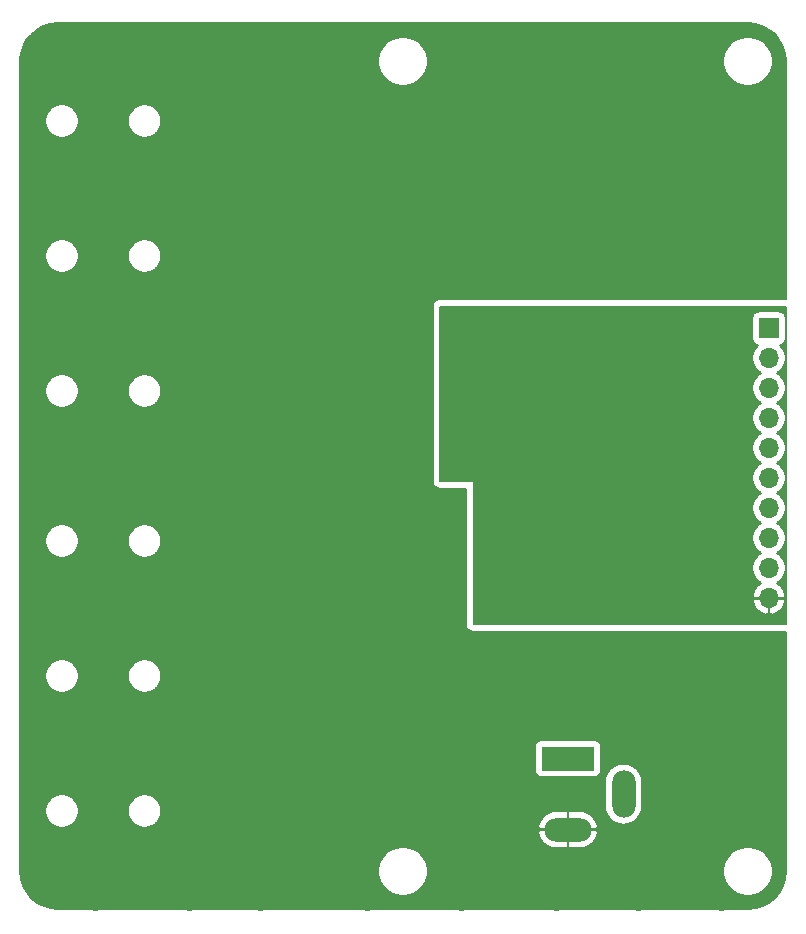
<source format=gbr>
G04 #@! TF.GenerationSoftware,KiCad,Pcbnew,(5.1.5)-3*
G04 #@! TF.CreationDate,2020-03-16T22:45:32+11:00*
G04 #@! TF.ProjectId,ADE7816_Breakout,41444537-3831-4365-9f42-7265616b6f75,rev?*
G04 #@! TF.SameCoordinates,Original*
G04 #@! TF.FileFunction,Copper,L2,Bot*
G04 #@! TF.FilePolarity,Positive*
%FSLAX46Y46*%
G04 Gerber Fmt 4.6, Leading zero omitted, Abs format (unit mm)*
G04 Created by KiCad (PCBNEW (5.1.5)-3) date 2020-03-16 22:45:32*
%MOMM*%
%LPD*%
G04 APERTURE LIST*
%ADD10O,1.700000X1.700000*%
%ADD11R,1.700000X1.700000*%
%ADD12R,4.500000X2.000000*%
%ADD13O,4.000000X2.000000*%
%ADD14O,2.000000X4.000000*%
%ADD15C,0.600000*%
%ADD16C,0.150000*%
G04 APERTURE END LIST*
D10*
X157988000Y-79756000D03*
X157988000Y-77216000D03*
X157988000Y-74676000D03*
X157988000Y-72136000D03*
X157988000Y-69596000D03*
X157988000Y-67056000D03*
X157988000Y-64516000D03*
X157988000Y-61976000D03*
X157988000Y-59436000D03*
D11*
X157988000Y-56896000D03*
D12*
X140970000Y-93345000D03*
D13*
X140970000Y-99345000D03*
D14*
X145670000Y-96345000D03*
D15*
X97000000Y-67800000D03*
X129300000Y-80100000D03*
X123050000Y-80750000D03*
X130560000Y-77200000D03*
X120650000Y-63050000D03*
X127700000Y-71500000D03*
X131300000Y-73720000D03*
X114350000Y-68800000D03*
X97000000Y-91950000D03*
X97000000Y-44950000D03*
X124000000Y-67050000D03*
X120650000Y-73100000D03*
X97000000Y-56400000D03*
X119400000Y-79000000D03*
X126400000Y-55300000D03*
X117000000Y-73000000D03*
X124000000Y-68850000D03*
X123050000Y-79000000D03*
X97000000Y-80550000D03*
X114350000Y-67000000D03*
X97000000Y-103350000D03*
X117150000Y-61300000D03*
X120650000Y-74750000D03*
X117000000Y-55350000D03*
X120650000Y-57100000D03*
X120650000Y-55350000D03*
X120650000Y-61300000D03*
X125600000Y-73100000D03*
X132050000Y-71700000D03*
X159000000Y-83000000D03*
X153000000Y-83000000D03*
X147000000Y-83000000D03*
X141000000Y-83000000D03*
X134000000Y-83000000D03*
X131000000Y-54000000D03*
X134000000Y-54000000D03*
X141000000Y-54000000D03*
X147000000Y-54000000D03*
X153000000Y-54000000D03*
X159000000Y-54000000D03*
X132000000Y-84000000D03*
X134000000Y-87000000D03*
X139000000Y-88000000D03*
X142000000Y-90000000D03*
X140000000Y-91000000D03*
X135000000Y-90000000D03*
X131000000Y-87000000D03*
X130000000Y-83000000D03*
X127000000Y-83000000D03*
X127000000Y-87000000D03*
X126000000Y-92000000D03*
X122000000Y-96000000D03*
X118000000Y-100000000D03*
X111000000Y-100000000D03*
X107000000Y-99000000D03*
X104000000Y-102000000D03*
X108000000Y-104000000D03*
X114000000Y-103000000D03*
X119000000Y-102000000D03*
X124000000Y-97000000D03*
X128000000Y-93000000D03*
X107000000Y-93000000D03*
X104000000Y-90000000D03*
X108000000Y-87000000D03*
X111000000Y-89000000D03*
X116000000Y-87000000D03*
X117000000Y-83000000D03*
X120000000Y-83000000D03*
X119000000Y-88000000D03*
X114000000Y-92000000D03*
X109000000Y-80000000D03*
X113000000Y-80000000D03*
X117000000Y-78000000D03*
X115000000Y-76000000D03*
X110000000Y-77000000D03*
X104000000Y-77000000D03*
X104000000Y-81000000D03*
X109000000Y-67000000D03*
X113000000Y-67000000D03*
X113000000Y-65000000D03*
X109000000Y-65000000D03*
X104000000Y-66000000D03*
X109000000Y-56000000D03*
X109000000Y-53000000D03*
X114000000Y-55000000D03*
X118000000Y-59000000D03*
X125000000Y-59000000D03*
X128000000Y-61000000D03*
X126000000Y-65000000D03*
X125000000Y-76000000D03*
X122000000Y-71000000D03*
X117000000Y-54000000D03*
X122000000Y-54000000D03*
X123000000Y-51000000D03*
X120000000Y-46000000D03*
X111000000Y-44000000D03*
X111000000Y-42000000D03*
X117000000Y-42000000D03*
X123000000Y-45000000D03*
X125000000Y-48000000D03*
X126000000Y-52000000D03*
X104000000Y-45000000D03*
X104000000Y-41000000D03*
X104000000Y-57000000D03*
X104000000Y-53000000D03*
X159000000Y-87000000D03*
X159000000Y-92000000D03*
X159000000Y-99000000D03*
X159000000Y-101000000D03*
X154000000Y-106000000D03*
X147000000Y-106000000D03*
X140000000Y-106000000D03*
X132000000Y-106000000D03*
X124000000Y-106000000D03*
X115000000Y-106000000D03*
X109000000Y-106000000D03*
X101000000Y-106000000D03*
X95000000Y-97000000D03*
X95000000Y-90000000D03*
X95000000Y-84000000D03*
X95000000Y-78000000D03*
X95000000Y-72000000D03*
X95000000Y-64000000D03*
X95000000Y-58000000D03*
X95000000Y-51000000D03*
X95000000Y-45000000D03*
X95000000Y-38000000D03*
X96000000Y-32000000D03*
X102000000Y-31500000D03*
X108500000Y-31500000D03*
X115000000Y-31500000D03*
X121000000Y-31500000D03*
X129500000Y-31500000D03*
X135500000Y-31500000D03*
X141500000Y-31500000D03*
X147500000Y-31500000D03*
X154000000Y-31500000D03*
X158500000Y-32500000D03*
X159000000Y-37500000D03*
X159000000Y-45500000D03*
X159000000Y-50000000D03*
X125000000Y-36000000D03*
X129000000Y-36000000D03*
X154500000Y-36500000D03*
X155000000Y-100500000D03*
X153500000Y-104000000D03*
X129500000Y-103000000D03*
X124500000Y-101000000D03*
X146000000Y-99500000D03*
X148000000Y-96500000D03*
X145000000Y-93000000D03*
X143500000Y-97000000D03*
X138500000Y-95500000D03*
X137000000Y-93500000D03*
X130650000Y-61200000D03*
X137940000Y-74500000D03*
X136830000Y-75380000D03*
X136010000Y-74440000D03*
X133960000Y-77180000D03*
X130650000Y-59950000D03*
X134250000Y-69200000D03*
X134250000Y-65750000D03*
X130800000Y-65750000D03*
X130800000Y-69200000D03*
X134000000Y-81000000D03*
X141000000Y-81000000D03*
X147000000Y-81000000D03*
X153000000Y-81000000D03*
X153000000Y-78000000D03*
X147000000Y-78000000D03*
X141000000Y-78000000D03*
X141000000Y-75000000D03*
X141000000Y-72000000D03*
X147000000Y-72000000D03*
X147000000Y-75000000D03*
X153000000Y-75000000D03*
X153000000Y-72000000D03*
X141000000Y-70000000D03*
X147000000Y-70000000D03*
X153000000Y-70000000D03*
X141000000Y-64000000D03*
X147000000Y-64000000D03*
X153000000Y-64000000D03*
X141000000Y-60000000D03*
X147000000Y-60000000D03*
X153000000Y-60000000D03*
X153000000Y-56000000D03*
X147000000Y-56000000D03*
X141000000Y-56000000D03*
X134000000Y-56000000D03*
X131000000Y-56000000D03*
X134000000Y-60000000D03*
D16*
G36*
X159420000Y-81925000D02*
G01*
X132975000Y-81925000D01*
X132975000Y-80003577D01*
X156584671Y-80003577D01*
X156596748Y-80064300D01*
X156683627Y-80329796D01*
X156820632Y-80573241D01*
X157002498Y-80785280D01*
X157222237Y-80957765D01*
X157471404Y-81084066D01*
X157740423Y-81159330D01*
X157963000Y-81037032D01*
X157963000Y-79781000D01*
X158013000Y-79781000D01*
X158013000Y-81037032D01*
X158235577Y-81159330D01*
X158504596Y-81084066D01*
X158753763Y-80957765D01*
X158973502Y-80785280D01*
X159155368Y-80573241D01*
X159292373Y-80329796D01*
X159379252Y-80064300D01*
X159391329Y-80003577D01*
X159269006Y-79781000D01*
X158013000Y-79781000D01*
X157963000Y-79781000D01*
X156706994Y-79781000D01*
X156584671Y-80003577D01*
X132975000Y-80003577D01*
X132975000Y-69900000D01*
X132973559Y-69885368D01*
X132969291Y-69871299D01*
X132962360Y-69858332D01*
X132953033Y-69846967D01*
X132941668Y-69837640D01*
X132928701Y-69830709D01*
X132914632Y-69826441D01*
X132900000Y-69825000D01*
X130175000Y-69825000D01*
X130175000Y-56046000D01*
X156560218Y-56046000D01*
X156560218Y-57746000D01*
X156571320Y-57858720D01*
X156604199Y-57967108D01*
X156657592Y-58066998D01*
X156729446Y-58154554D01*
X156817002Y-58226408D01*
X156916892Y-58279801D01*
X157025280Y-58312680D01*
X157094091Y-58319457D01*
X157079615Y-58329130D01*
X156881130Y-58527615D01*
X156725181Y-58761009D01*
X156617762Y-59020343D01*
X156563000Y-59295650D01*
X156563000Y-59576350D01*
X156617762Y-59851657D01*
X156725181Y-60110991D01*
X156881130Y-60344385D01*
X157079615Y-60542870D01*
X157313009Y-60698819D01*
X157330346Y-60706000D01*
X157313009Y-60713181D01*
X157079615Y-60869130D01*
X156881130Y-61067615D01*
X156725181Y-61301009D01*
X156617762Y-61560343D01*
X156563000Y-61835650D01*
X156563000Y-62116350D01*
X156617762Y-62391657D01*
X156725181Y-62650991D01*
X156881130Y-62884385D01*
X157079615Y-63082870D01*
X157313009Y-63238819D01*
X157330346Y-63246000D01*
X157313009Y-63253181D01*
X157079615Y-63409130D01*
X156881130Y-63607615D01*
X156725181Y-63841009D01*
X156617762Y-64100343D01*
X156563000Y-64375650D01*
X156563000Y-64656350D01*
X156617762Y-64931657D01*
X156725181Y-65190991D01*
X156881130Y-65424385D01*
X157079615Y-65622870D01*
X157313009Y-65778819D01*
X157330346Y-65786000D01*
X157313009Y-65793181D01*
X157079615Y-65949130D01*
X156881130Y-66147615D01*
X156725181Y-66381009D01*
X156617762Y-66640343D01*
X156563000Y-66915650D01*
X156563000Y-67196350D01*
X156617762Y-67471657D01*
X156725181Y-67730991D01*
X156881130Y-67964385D01*
X157079615Y-68162870D01*
X157313009Y-68318819D01*
X157330346Y-68326000D01*
X157313009Y-68333181D01*
X157079615Y-68489130D01*
X156881130Y-68687615D01*
X156725181Y-68921009D01*
X156617762Y-69180343D01*
X156563000Y-69455650D01*
X156563000Y-69736350D01*
X156617762Y-70011657D01*
X156725181Y-70270991D01*
X156881130Y-70504385D01*
X157079615Y-70702870D01*
X157313009Y-70858819D01*
X157330346Y-70866000D01*
X157313009Y-70873181D01*
X157079615Y-71029130D01*
X156881130Y-71227615D01*
X156725181Y-71461009D01*
X156617762Y-71720343D01*
X156563000Y-71995650D01*
X156563000Y-72276350D01*
X156617762Y-72551657D01*
X156725181Y-72810991D01*
X156881130Y-73044385D01*
X157079615Y-73242870D01*
X157313009Y-73398819D01*
X157330346Y-73406000D01*
X157313009Y-73413181D01*
X157079615Y-73569130D01*
X156881130Y-73767615D01*
X156725181Y-74001009D01*
X156617762Y-74260343D01*
X156563000Y-74535650D01*
X156563000Y-74816350D01*
X156617762Y-75091657D01*
X156725181Y-75350991D01*
X156881130Y-75584385D01*
X157079615Y-75782870D01*
X157313009Y-75938819D01*
X157330346Y-75946000D01*
X157313009Y-75953181D01*
X157079615Y-76109130D01*
X156881130Y-76307615D01*
X156725181Y-76541009D01*
X156617762Y-76800343D01*
X156563000Y-77075650D01*
X156563000Y-77356350D01*
X156617762Y-77631657D01*
X156725181Y-77890991D01*
X156881130Y-78124385D01*
X157079615Y-78322870D01*
X157313009Y-78478819D01*
X157344932Y-78492042D01*
X157222237Y-78554235D01*
X157002498Y-78726720D01*
X156820632Y-78938759D01*
X156683627Y-79182204D01*
X156596748Y-79447700D01*
X156584671Y-79508423D01*
X156706994Y-79731000D01*
X157963000Y-79731000D01*
X157963000Y-79711000D01*
X158013000Y-79711000D01*
X158013000Y-79731000D01*
X159269006Y-79731000D01*
X159391329Y-79508423D01*
X159379252Y-79447700D01*
X159292373Y-79182204D01*
X159155368Y-78938759D01*
X158973502Y-78726720D01*
X158753763Y-78554235D01*
X158631068Y-78492042D01*
X158662991Y-78478819D01*
X158896385Y-78322870D01*
X159094870Y-78124385D01*
X159250819Y-77890991D01*
X159358238Y-77631657D01*
X159413000Y-77356350D01*
X159413000Y-77075650D01*
X159358238Y-76800343D01*
X159250819Y-76541009D01*
X159094870Y-76307615D01*
X158896385Y-76109130D01*
X158662991Y-75953181D01*
X158645654Y-75946000D01*
X158662991Y-75938819D01*
X158896385Y-75782870D01*
X159094870Y-75584385D01*
X159250819Y-75350991D01*
X159358238Y-75091657D01*
X159413000Y-74816350D01*
X159413000Y-74535650D01*
X159358238Y-74260343D01*
X159250819Y-74001009D01*
X159094870Y-73767615D01*
X158896385Y-73569130D01*
X158662991Y-73413181D01*
X158645654Y-73406000D01*
X158662991Y-73398819D01*
X158896385Y-73242870D01*
X159094870Y-73044385D01*
X159250819Y-72810991D01*
X159358238Y-72551657D01*
X159413000Y-72276350D01*
X159413000Y-71995650D01*
X159358238Y-71720343D01*
X159250819Y-71461009D01*
X159094870Y-71227615D01*
X158896385Y-71029130D01*
X158662991Y-70873181D01*
X158645654Y-70866000D01*
X158662991Y-70858819D01*
X158896385Y-70702870D01*
X159094870Y-70504385D01*
X159250819Y-70270991D01*
X159358238Y-70011657D01*
X159413000Y-69736350D01*
X159413000Y-69455650D01*
X159358238Y-69180343D01*
X159250819Y-68921009D01*
X159094870Y-68687615D01*
X158896385Y-68489130D01*
X158662991Y-68333181D01*
X158645654Y-68326000D01*
X158662991Y-68318819D01*
X158896385Y-68162870D01*
X159094870Y-67964385D01*
X159250819Y-67730991D01*
X159358238Y-67471657D01*
X159413000Y-67196350D01*
X159413000Y-66915650D01*
X159358238Y-66640343D01*
X159250819Y-66381009D01*
X159094870Y-66147615D01*
X158896385Y-65949130D01*
X158662991Y-65793181D01*
X158645654Y-65786000D01*
X158662991Y-65778819D01*
X158896385Y-65622870D01*
X159094870Y-65424385D01*
X159250819Y-65190991D01*
X159358238Y-64931657D01*
X159413000Y-64656350D01*
X159413000Y-64375650D01*
X159358238Y-64100343D01*
X159250819Y-63841009D01*
X159094870Y-63607615D01*
X158896385Y-63409130D01*
X158662991Y-63253181D01*
X158645654Y-63246000D01*
X158662991Y-63238819D01*
X158896385Y-63082870D01*
X159094870Y-62884385D01*
X159250819Y-62650991D01*
X159358238Y-62391657D01*
X159413000Y-62116350D01*
X159413000Y-61835650D01*
X159358238Y-61560343D01*
X159250819Y-61301009D01*
X159094870Y-61067615D01*
X158896385Y-60869130D01*
X158662991Y-60713181D01*
X158645654Y-60706000D01*
X158662991Y-60698819D01*
X158896385Y-60542870D01*
X159094870Y-60344385D01*
X159250819Y-60110991D01*
X159358238Y-59851657D01*
X159413000Y-59576350D01*
X159413000Y-59295650D01*
X159358238Y-59020343D01*
X159250819Y-58761009D01*
X159094870Y-58527615D01*
X158896385Y-58329130D01*
X158881909Y-58319457D01*
X158950720Y-58312680D01*
X159059108Y-58279801D01*
X159158998Y-58226408D01*
X159246554Y-58154554D01*
X159318408Y-58066998D01*
X159371801Y-57967108D01*
X159404680Y-57858720D01*
X159415782Y-57746000D01*
X159415782Y-56046000D01*
X159404680Y-55933280D01*
X159371801Y-55824892D01*
X159318408Y-55725002D01*
X159246554Y-55637446D01*
X159158998Y-55565592D01*
X159059108Y-55512199D01*
X158950720Y-55479320D01*
X158838000Y-55468218D01*
X157138000Y-55468218D01*
X157025280Y-55479320D01*
X156916892Y-55512199D01*
X156817002Y-55565592D01*
X156729446Y-55637446D01*
X156657592Y-55725002D01*
X156604199Y-55824892D01*
X156571320Y-55933280D01*
X156560218Y-56046000D01*
X130175000Y-56046000D01*
X130175000Y-55075000D01*
X159420001Y-55075000D01*
X159420000Y-81925000D01*
G37*
X159420000Y-81925000D02*
X132975000Y-81925000D01*
X132975000Y-80003577D01*
X156584671Y-80003577D01*
X156596748Y-80064300D01*
X156683627Y-80329796D01*
X156820632Y-80573241D01*
X157002498Y-80785280D01*
X157222237Y-80957765D01*
X157471404Y-81084066D01*
X157740423Y-81159330D01*
X157963000Y-81037032D01*
X157963000Y-79781000D01*
X158013000Y-79781000D01*
X158013000Y-81037032D01*
X158235577Y-81159330D01*
X158504596Y-81084066D01*
X158753763Y-80957765D01*
X158973502Y-80785280D01*
X159155368Y-80573241D01*
X159292373Y-80329796D01*
X159379252Y-80064300D01*
X159391329Y-80003577D01*
X159269006Y-79781000D01*
X158013000Y-79781000D01*
X157963000Y-79781000D01*
X156706994Y-79781000D01*
X156584671Y-80003577D01*
X132975000Y-80003577D01*
X132975000Y-69900000D01*
X132973559Y-69885368D01*
X132969291Y-69871299D01*
X132962360Y-69858332D01*
X132953033Y-69846967D01*
X132941668Y-69837640D01*
X132928701Y-69830709D01*
X132914632Y-69826441D01*
X132900000Y-69825000D01*
X130175000Y-69825000D01*
X130175000Y-56046000D01*
X156560218Y-56046000D01*
X156560218Y-57746000D01*
X156571320Y-57858720D01*
X156604199Y-57967108D01*
X156657592Y-58066998D01*
X156729446Y-58154554D01*
X156817002Y-58226408D01*
X156916892Y-58279801D01*
X157025280Y-58312680D01*
X157094091Y-58319457D01*
X157079615Y-58329130D01*
X156881130Y-58527615D01*
X156725181Y-58761009D01*
X156617762Y-59020343D01*
X156563000Y-59295650D01*
X156563000Y-59576350D01*
X156617762Y-59851657D01*
X156725181Y-60110991D01*
X156881130Y-60344385D01*
X157079615Y-60542870D01*
X157313009Y-60698819D01*
X157330346Y-60706000D01*
X157313009Y-60713181D01*
X157079615Y-60869130D01*
X156881130Y-61067615D01*
X156725181Y-61301009D01*
X156617762Y-61560343D01*
X156563000Y-61835650D01*
X156563000Y-62116350D01*
X156617762Y-62391657D01*
X156725181Y-62650991D01*
X156881130Y-62884385D01*
X157079615Y-63082870D01*
X157313009Y-63238819D01*
X157330346Y-63246000D01*
X157313009Y-63253181D01*
X157079615Y-63409130D01*
X156881130Y-63607615D01*
X156725181Y-63841009D01*
X156617762Y-64100343D01*
X156563000Y-64375650D01*
X156563000Y-64656350D01*
X156617762Y-64931657D01*
X156725181Y-65190991D01*
X156881130Y-65424385D01*
X157079615Y-65622870D01*
X157313009Y-65778819D01*
X157330346Y-65786000D01*
X157313009Y-65793181D01*
X157079615Y-65949130D01*
X156881130Y-66147615D01*
X156725181Y-66381009D01*
X156617762Y-66640343D01*
X156563000Y-66915650D01*
X156563000Y-67196350D01*
X156617762Y-67471657D01*
X156725181Y-67730991D01*
X156881130Y-67964385D01*
X157079615Y-68162870D01*
X157313009Y-68318819D01*
X157330346Y-68326000D01*
X157313009Y-68333181D01*
X157079615Y-68489130D01*
X156881130Y-68687615D01*
X156725181Y-68921009D01*
X156617762Y-69180343D01*
X156563000Y-69455650D01*
X156563000Y-69736350D01*
X156617762Y-70011657D01*
X156725181Y-70270991D01*
X156881130Y-70504385D01*
X157079615Y-70702870D01*
X157313009Y-70858819D01*
X157330346Y-70866000D01*
X157313009Y-70873181D01*
X157079615Y-71029130D01*
X156881130Y-71227615D01*
X156725181Y-71461009D01*
X156617762Y-71720343D01*
X156563000Y-71995650D01*
X156563000Y-72276350D01*
X156617762Y-72551657D01*
X156725181Y-72810991D01*
X156881130Y-73044385D01*
X157079615Y-73242870D01*
X157313009Y-73398819D01*
X157330346Y-73406000D01*
X157313009Y-73413181D01*
X157079615Y-73569130D01*
X156881130Y-73767615D01*
X156725181Y-74001009D01*
X156617762Y-74260343D01*
X156563000Y-74535650D01*
X156563000Y-74816350D01*
X156617762Y-75091657D01*
X156725181Y-75350991D01*
X156881130Y-75584385D01*
X157079615Y-75782870D01*
X157313009Y-75938819D01*
X157330346Y-75946000D01*
X157313009Y-75953181D01*
X157079615Y-76109130D01*
X156881130Y-76307615D01*
X156725181Y-76541009D01*
X156617762Y-76800343D01*
X156563000Y-77075650D01*
X156563000Y-77356350D01*
X156617762Y-77631657D01*
X156725181Y-77890991D01*
X156881130Y-78124385D01*
X157079615Y-78322870D01*
X157313009Y-78478819D01*
X157344932Y-78492042D01*
X157222237Y-78554235D01*
X157002498Y-78726720D01*
X156820632Y-78938759D01*
X156683627Y-79182204D01*
X156596748Y-79447700D01*
X156584671Y-79508423D01*
X156706994Y-79731000D01*
X157963000Y-79731000D01*
X157963000Y-79711000D01*
X158013000Y-79711000D01*
X158013000Y-79731000D01*
X159269006Y-79731000D01*
X159391329Y-79508423D01*
X159379252Y-79447700D01*
X159292373Y-79182204D01*
X159155368Y-78938759D01*
X158973502Y-78726720D01*
X158753763Y-78554235D01*
X158631068Y-78492042D01*
X158662991Y-78478819D01*
X158896385Y-78322870D01*
X159094870Y-78124385D01*
X159250819Y-77890991D01*
X159358238Y-77631657D01*
X159413000Y-77356350D01*
X159413000Y-77075650D01*
X159358238Y-76800343D01*
X159250819Y-76541009D01*
X159094870Y-76307615D01*
X158896385Y-76109130D01*
X158662991Y-75953181D01*
X158645654Y-75946000D01*
X158662991Y-75938819D01*
X158896385Y-75782870D01*
X159094870Y-75584385D01*
X159250819Y-75350991D01*
X159358238Y-75091657D01*
X159413000Y-74816350D01*
X159413000Y-74535650D01*
X159358238Y-74260343D01*
X159250819Y-74001009D01*
X159094870Y-73767615D01*
X158896385Y-73569130D01*
X158662991Y-73413181D01*
X158645654Y-73406000D01*
X158662991Y-73398819D01*
X158896385Y-73242870D01*
X159094870Y-73044385D01*
X159250819Y-72810991D01*
X159358238Y-72551657D01*
X159413000Y-72276350D01*
X159413000Y-71995650D01*
X159358238Y-71720343D01*
X159250819Y-71461009D01*
X159094870Y-71227615D01*
X158896385Y-71029130D01*
X158662991Y-70873181D01*
X158645654Y-70866000D01*
X158662991Y-70858819D01*
X158896385Y-70702870D01*
X159094870Y-70504385D01*
X159250819Y-70270991D01*
X159358238Y-70011657D01*
X159413000Y-69736350D01*
X159413000Y-69455650D01*
X159358238Y-69180343D01*
X159250819Y-68921009D01*
X159094870Y-68687615D01*
X158896385Y-68489130D01*
X158662991Y-68333181D01*
X158645654Y-68326000D01*
X158662991Y-68318819D01*
X158896385Y-68162870D01*
X159094870Y-67964385D01*
X159250819Y-67730991D01*
X159358238Y-67471657D01*
X159413000Y-67196350D01*
X159413000Y-66915650D01*
X159358238Y-66640343D01*
X159250819Y-66381009D01*
X159094870Y-66147615D01*
X158896385Y-65949130D01*
X158662991Y-65793181D01*
X158645654Y-65786000D01*
X158662991Y-65778819D01*
X158896385Y-65622870D01*
X159094870Y-65424385D01*
X159250819Y-65190991D01*
X159358238Y-64931657D01*
X159413000Y-64656350D01*
X159413000Y-64375650D01*
X159358238Y-64100343D01*
X159250819Y-63841009D01*
X159094870Y-63607615D01*
X158896385Y-63409130D01*
X158662991Y-63253181D01*
X158645654Y-63246000D01*
X158662991Y-63238819D01*
X158896385Y-63082870D01*
X159094870Y-62884385D01*
X159250819Y-62650991D01*
X159358238Y-62391657D01*
X159413000Y-62116350D01*
X159413000Y-61835650D01*
X159358238Y-61560343D01*
X159250819Y-61301009D01*
X159094870Y-61067615D01*
X158896385Y-60869130D01*
X158662991Y-60713181D01*
X158645654Y-60706000D01*
X158662991Y-60698819D01*
X158896385Y-60542870D01*
X159094870Y-60344385D01*
X159250819Y-60110991D01*
X159358238Y-59851657D01*
X159413000Y-59576350D01*
X159413000Y-59295650D01*
X159358238Y-59020343D01*
X159250819Y-58761009D01*
X159094870Y-58527615D01*
X158896385Y-58329130D01*
X158881909Y-58319457D01*
X158950720Y-58312680D01*
X159059108Y-58279801D01*
X159158998Y-58226408D01*
X159246554Y-58154554D01*
X159318408Y-58066998D01*
X159371801Y-57967108D01*
X159404680Y-57858720D01*
X159415782Y-57746000D01*
X159415782Y-56046000D01*
X159404680Y-55933280D01*
X159371801Y-55824892D01*
X159318408Y-55725002D01*
X159246554Y-55637446D01*
X159158998Y-55565592D01*
X159059108Y-55512199D01*
X158950720Y-55479320D01*
X158838000Y-55468218D01*
X157138000Y-55468218D01*
X157025280Y-55479320D01*
X156916892Y-55512199D01*
X156817002Y-55565592D01*
X156729446Y-55637446D01*
X156657592Y-55725002D01*
X156604199Y-55824892D01*
X156571320Y-55933280D01*
X156560218Y-56046000D01*
X130175000Y-56046000D01*
X130175000Y-55075000D01*
X159420001Y-55075000D01*
X159420000Y-81925000D01*
G36*
X156832930Y-31143956D02*
G01*
X157432139Y-31324868D01*
X157984793Y-31618718D01*
X158469850Y-32014322D01*
X158868824Y-32496599D01*
X159166528Y-33047189D01*
X159351619Y-33645119D01*
X159420001Y-34295738D01*
X159420001Y-54425000D01*
X130100000Y-54425000D01*
X129987823Y-54436048D01*
X129879957Y-54468769D01*
X129780547Y-54521905D01*
X129693414Y-54593414D01*
X129621905Y-54680547D01*
X129568769Y-54779957D01*
X129536048Y-54887823D01*
X129525000Y-55000000D01*
X129525000Y-69900000D01*
X129536048Y-70012177D01*
X129568769Y-70120043D01*
X129621905Y-70219453D01*
X129693414Y-70306586D01*
X129780547Y-70378095D01*
X129879957Y-70431231D01*
X129987823Y-70463952D01*
X130100000Y-70475000D01*
X132325000Y-70475000D01*
X132325000Y-82000000D01*
X132336048Y-82112177D01*
X132368769Y-82220043D01*
X132421905Y-82319453D01*
X132493414Y-82406586D01*
X132580547Y-82478095D01*
X132679957Y-82531231D01*
X132787823Y-82563952D01*
X132900000Y-82575000D01*
X159420000Y-82575000D01*
X159420000Y-102840659D01*
X159356044Y-103492933D01*
X159175132Y-104092138D01*
X158881280Y-104644794D01*
X158485678Y-105129850D01*
X158003402Y-105528824D01*
X157452809Y-105826529D01*
X156854881Y-106011619D01*
X156204271Y-106080000D01*
X97819341Y-106080000D01*
X97167067Y-106016044D01*
X96567862Y-105835132D01*
X96015206Y-105541280D01*
X95530150Y-105145678D01*
X95131176Y-104663402D01*
X94833471Y-104112809D01*
X94648381Y-103514881D01*
X94580000Y-102864271D01*
X94580000Y-102665630D01*
X124925000Y-102665630D01*
X124925000Y-103074370D01*
X125004741Y-103475255D01*
X125161159Y-103852881D01*
X125388242Y-104192735D01*
X125677265Y-104481758D01*
X126017119Y-104708841D01*
X126394745Y-104865259D01*
X126795630Y-104945000D01*
X127204370Y-104945000D01*
X127605255Y-104865259D01*
X127982881Y-104708841D01*
X128322735Y-104481758D01*
X128611758Y-104192735D01*
X128838841Y-103852881D01*
X128995259Y-103475255D01*
X129075000Y-103074370D01*
X129075000Y-102665630D01*
X154135000Y-102665630D01*
X154135000Y-103074370D01*
X154214741Y-103475255D01*
X154371159Y-103852881D01*
X154598242Y-104192735D01*
X154887265Y-104481758D01*
X155227119Y-104708841D01*
X155604745Y-104865259D01*
X156005630Y-104945000D01*
X156414370Y-104945000D01*
X156815255Y-104865259D01*
X157192881Y-104708841D01*
X157532735Y-104481758D01*
X157821758Y-104192735D01*
X158048841Y-103852881D01*
X158205259Y-103475255D01*
X158285000Y-103074370D01*
X158285000Y-102665630D01*
X158205259Y-102264745D01*
X158048841Y-101887119D01*
X157821758Y-101547265D01*
X157532735Y-101258242D01*
X157192881Y-101031159D01*
X156815255Y-100874741D01*
X156414370Y-100795000D01*
X156005630Y-100795000D01*
X155604745Y-100874741D01*
X155227119Y-101031159D01*
X154887265Y-101258242D01*
X154598242Y-101547265D01*
X154371159Y-101887119D01*
X154214741Y-102264745D01*
X154135000Y-102665630D01*
X129075000Y-102665630D01*
X128995259Y-102264745D01*
X128838841Y-101887119D01*
X128611758Y-101547265D01*
X128322735Y-101258242D01*
X127982881Y-101031159D01*
X127605255Y-100874741D01*
X127204370Y-100795000D01*
X126795630Y-100795000D01*
X126394745Y-100874741D01*
X126017119Y-101031159D01*
X125677265Y-101258242D01*
X125388242Y-101547265D01*
X125161159Y-101887119D01*
X125004741Y-102264745D01*
X124925000Y-102665630D01*
X94580000Y-102665630D01*
X94580000Y-99616046D01*
X138418497Y-99616046D01*
X138420384Y-99627748D01*
X138505321Y-99924630D01*
X138646545Y-100199237D01*
X138838628Y-100441016D01*
X139074189Y-100640676D01*
X139344176Y-100790544D01*
X139638213Y-100884860D01*
X139945000Y-100920000D01*
X140945000Y-100920000D01*
X140945000Y-99370000D01*
X140995000Y-99370000D01*
X140995000Y-100920000D01*
X141995000Y-100920000D01*
X142301787Y-100884860D01*
X142595824Y-100790544D01*
X142865811Y-100640676D01*
X143101372Y-100441016D01*
X143293455Y-100199237D01*
X143434679Y-99924630D01*
X143519616Y-99627748D01*
X143521503Y-99616046D01*
X143401032Y-99370000D01*
X140995000Y-99370000D01*
X140945000Y-99370000D01*
X138538968Y-99370000D01*
X138418497Y-99616046D01*
X94580000Y-99616046D01*
X94580000Y-97649650D01*
X96696000Y-97649650D01*
X96696000Y-97930350D01*
X96750762Y-98205657D01*
X96858181Y-98464991D01*
X97014130Y-98698385D01*
X97212615Y-98896870D01*
X97446009Y-99052819D01*
X97705343Y-99160238D01*
X97980650Y-99215000D01*
X98261350Y-99215000D01*
X98536657Y-99160238D01*
X98795991Y-99052819D01*
X99029385Y-98896870D01*
X99227870Y-98698385D01*
X99383819Y-98464991D01*
X99491238Y-98205657D01*
X99546000Y-97930350D01*
X99546000Y-97649650D01*
X103696000Y-97649650D01*
X103696000Y-97930350D01*
X103750762Y-98205657D01*
X103858181Y-98464991D01*
X104014130Y-98698385D01*
X104212615Y-98896870D01*
X104446009Y-99052819D01*
X104705343Y-99160238D01*
X104980650Y-99215000D01*
X105261350Y-99215000D01*
X105536657Y-99160238D01*
X105744966Y-99073954D01*
X138418497Y-99073954D01*
X138538968Y-99320000D01*
X140945000Y-99320000D01*
X140945000Y-97770000D01*
X140995000Y-97770000D01*
X140995000Y-99320000D01*
X143401032Y-99320000D01*
X143521503Y-99073954D01*
X143519616Y-99062252D01*
X143434679Y-98765370D01*
X143293455Y-98490763D01*
X143101372Y-98248984D01*
X142865811Y-98049324D01*
X142595824Y-97899456D01*
X142301787Y-97805140D01*
X141995000Y-97770000D01*
X140995000Y-97770000D01*
X140945000Y-97770000D01*
X139945000Y-97770000D01*
X139638213Y-97805140D01*
X139344176Y-97899456D01*
X139074189Y-98049324D01*
X138838628Y-98248984D01*
X138646545Y-98490763D01*
X138505321Y-98765370D01*
X138420384Y-99062252D01*
X138418497Y-99073954D01*
X105744966Y-99073954D01*
X105795991Y-99052819D01*
X106029385Y-98896870D01*
X106227870Y-98698385D01*
X106383819Y-98464991D01*
X106491238Y-98205657D01*
X106546000Y-97930350D01*
X106546000Y-97649650D01*
X106491238Y-97374343D01*
X106383819Y-97115009D01*
X106227870Y-96881615D01*
X106029385Y-96683130D01*
X105795991Y-96527181D01*
X105536657Y-96419762D01*
X105261350Y-96365000D01*
X104980650Y-96365000D01*
X104705343Y-96419762D01*
X104446009Y-96527181D01*
X104212615Y-96683130D01*
X104014130Y-96881615D01*
X103858181Y-97115009D01*
X103750762Y-97374343D01*
X103696000Y-97649650D01*
X99546000Y-97649650D01*
X99491238Y-97374343D01*
X99383819Y-97115009D01*
X99227870Y-96881615D01*
X99029385Y-96683130D01*
X98795991Y-96527181D01*
X98536657Y-96419762D01*
X98261350Y-96365000D01*
X97980650Y-96365000D01*
X97705343Y-96419762D01*
X97446009Y-96527181D01*
X97212615Y-96683130D01*
X97014130Y-96881615D01*
X96858181Y-97115009D01*
X96750762Y-97374343D01*
X96696000Y-97649650D01*
X94580000Y-97649650D01*
X94580000Y-95267635D01*
X144095000Y-95267635D01*
X144095001Y-97422366D01*
X144117791Y-97653754D01*
X144207851Y-97950642D01*
X144354101Y-98224257D01*
X144550920Y-98464081D01*
X144790744Y-98660900D01*
X145064359Y-98807150D01*
X145361247Y-98897210D01*
X145670000Y-98927620D01*
X145978754Y-98897210D01*
X146275642Y-98807150D01*
X146549257Y-98660900D01*
X146789081Y-98464081D01*
X146985900Y-98224257D01*
X147132150Y-97950642D01*
X147222210Y-97653754D01*
X147245000Y-97422366D01*
X147245000Y-95267634D01*
X147222210Y-95036246D01*
X147132150Y-94739358D01*
X146985900Y-94465743D01*
X146789081Y-94225919D01*
X146549256Y-94029100D01*
X146275641Y-93882850D01*
X145978753Y-93792790D01*
X145670000Y-93762380D01*
X145361246Y-93792790D01*
X145064358Y-93882850D01*
X144790743Y-94029100D01*
X144550919Y-94225919D01*
X144354100Y-94465744D01*
X144207850Y-94739359D01*
X144117790Y-95036247D01*
X144095000Y-95267635D01*
X94580000Y-95267635D01*
X94580000Y-92345000D01*
X138142218Y-92345000D01*
X138142218Y-94345000D01*
X138153320Y-94457720D01*
X138186199Y-94566108D01*
X138239592Y-94665998D01*
X138311446Y-94753554D01*
X138399002Y-94825408D01*
X138498892Y-94878801D01*
X138607280Y-94911680D01*
X138720000Y-94922782D01*
X143220000Y-94922782D01*
X143332720Y-94911680D01*
X143441108Y-94878801D01*
X143540998Y-94825408D01*
X143628554Y-94753554D01*
X143700408Y-94665998D01*
X143753801Y-94566108D01*
X143786680Y-94457720D01*
X143797782Y-94345000D01*
X143797782Y-92345000D01*
X143786680Y-92232280D01*
X143753801Y-92123892D01*
X143700408Y-92024002D01*
X143628554Y-91936446D01*
X143540998Y-91864592D01*
X143441108Y-91811199D01*
X143332720Y-91778320D01*
X143220000Y-91767218D01*
X138720000Y-91767218D01*
X138607280Y-91778320D01*
X138498892Y-91811199D01*
X138399002Y-91864592D01*
X138311446Y-91936446D01*
X138239592Y-92024002D01*
X138186199Y-92123892D01*
X138153320Y-92232280D01*
X138142218Y-92345000D01*
X94580000Y-92345000D01*
X94580000Y-86219650D01*
X96696000Y-86219650D01*
X96696000Y-86500350D01*
X96750762Y-86775657D01*
X96858181Y-87034991D01*
X97014130Y-87268385D01*
X97212615Y-87466870D01*
X97446009Y-87622819D01*
X97705343Y-87730238D01*
X97980650Y-87785000D01*
X98261350Y-87785000D01*
X98536657Y-87730238D01*
X98795991Y-87622819D01*
X99029385Y-87466870D01*
X99227870Y-87268385D01*
X99383819Y-87034991D01*
X99491238Y-86775657D01*
X99546000Y-86500350D01*
X99546000Y-86219650D01*
X103696000Y-86219650D01*
X103696000Y-86500350D01*
X103750762Y-86775657D01*
X103858181Y-87034991D01*
X104014130Y-87268385D01*
X104212615Y-87466870D01*
X104446009Y-87622819D01*
X104705343Y-87730238D01*
X104980650Y-87785000D01*
X105261350Y-87785000D01*
X105536657Y-87730238D01*
X105795991Y-87622819D01*
X106029385Y-87466870D01*
X106227870Y-87268385D01*
X106383819Y-87034991D01*
X106491238Y-86775657D01*
X106546000Y-86500350D01*
X106546000Y-86219650D01*
X106491238Y-85944343D01*
X106383819Y-85685009D01*
X106227870Y-85451615D01*
X106029385Y-85253130D01*
X105795991Y-85097181D01*
X105536657Y-84989762D01*
X105261350Y-84935000D01*
X104980650Y-84935000D01*
X104705343Y-84989762D01*
X104446009Y-85097181D01*
X104212615Y-85253130D01*
X104014130Y-85451615D01*
X103858181Y-85685009D01*
X103750762Y-85944343D01*
X103696000Y-86219650D01*
X99546000Y-86219650D01*
X99491238Y-85944343D01*
X99383819Y-85685009D01*
X99227870Y-85451615D01*
X99029385Y-85253130D01*
X98795991Y-85097181D01*
X98536657Y-84989762D01*
X98261350Y-84935000D01*
X97980650Y-84935000D01*
X97705343Y-84989762D01*
X97446009Y-85097181D01*
X97212615Y-85253130D01*
X97014130Y-85451615D01*
X96858181Y-85685009D01*
X96750762Y-85944343D01*
X96696000Y-86219650D01*
X94580000Y-86219650D01*
X94580000Y-74789650D01*
X96696000Y-74789650D01*
X96696000Y-75070350D01*
X96750762Y-75345657D01*
X96858181Y-75604991D01*
X97014130Y-75838385D01*
X97212615Y-76036870D01*
X97446009Y-76192819D01*
X97705343Y-76300238D01*
X97980650Y-76355000D01*
X98261350Y-76355000D01*
X98536657Y-76300238D01*
X98795991Y-76192819D01*
X99029385Y-76036870D01*
X99227870Y-75838385D01*
X99383819Y-75604991D01*
X99491238Y-75345657D01*
X99546000Y-75070350D01*
X99546000Y-74789650D01*
X103696000Y-74789650D01*
X103696000Y-75070350D01*
X103750762Y-75345657D01*
X103858181Y-75604991D01*
X104014130Y-75838385D01*
X104212615Y-76036870D01*
X104446009Y-76192819D01*
X104705343Y-76300238D01*
X104980650Y-76355000D01*
X105261350Y-76355000D01*
X105536657Y-76300238D01*
X105795991Y-76192819D01*
X106029385Y-76036870D01*
X106227870Y-75838385D01*
X106383819Y-75604991D01*
X106491238Y-75345657D01*
X106546000Y-75070350D01*
X106546000Y-74789650D01*
X106491238Y-74514343D01*
X106383819Y-74255009D01*
X106227870Y-74021615D01*
X106029385Y-73823130D01*
X105795991Y-73667181D01*
X105536657Y-73559762D01*
X105261350Y-73505000D01*
X104980650Y-73505000D01*
X104705343Y-73559762D01*
X104446009Y-73667181D01*
X104212615Y-73823130D01*
X104014130Y-74021615D01*
X103858181Y-74255009D01*
X103750762Y-74514343D01*
X103696000Y-74789650D01*
X99546000Y-74789650D01*
X99491238Y-74514343D01*
X99383819Y-74255009D01*
X99227870Y-74021615D01*
X99029385Y-73823130D01*
X98795991Y-73667181D01*
X98536657Y-73559762D01*
X98261350Y-73505000D01*
X97980650Y-73505000D01*
X97705343Y-73559762D01*
X97446009Y-73667181D01*
X97212615Y-73823130D01*
X97014130Y-74021615D01*
X96858181Y-74255009D01*
X96750762Y-74514343D01*
X96696000Y-74789650D01*
X94580000Y-74789650D01*
X94580000Y-62089650D01*
X96696000Y-62089650D01*
X96696000Y-62370350D01*
X96750762Y-62645657D01*
X96858181Y-62904991D01*
X97014130Y-63138385D01*
X97212615Y-63336870D01*
X97446009Y-63492819D01*
X97705343Y-63600238D01*
X97980650Y-63655000D01*
X98261350Y-63655000D01*
X98536657Y-63600238D01*
X98795991Y-63492819D01*
X99029385Y-63336870D01*
X99227870Y-63138385D01*
X99383819Y-62904991D01*
X99491238Y-62645657D01*
X99546000Y-62370350D01*
X99546000Y-62089650D01*
X103696000Y-62089650D01*
X103696000Y-62370350D01*
X103750762Y-62645657D01*
X103858181Y-62904991D01*
X104014130Y-63138385D01*
X104212615Y-63336870D01*
X104446009Y-63492819D01*
X104705343Y-63600238D01*
X104980650Y-63655000D01*
X105261350Y-63655000D01*
X105536657Y-63600238D01*
X105795991Y-63492819D01*
X106029385Y-63336870D01*
X106227870Y-63138385D01*
X106383819Y-62904991D01*
X106491238Y-62645657D01*
X106546000Y-62370350D01*
X106546000Y-62089650D01*
X106491238Y-61814343D01*
X106383819Y-61555009D01*
X106227870Y-61321615D01*
X106029385Y-61123130D01*
X105795991Y-60967181D01*
X105536657Y-60859762D01*
X105261350Y-60805000D01*
X104980650Y-60805000D01*
X104705343Y-60859762D01*
X104446009Y-60967181D01*
X104212615Y-61123130D01*
X104014130Y-61321615D01*
X103858181Y-61555009D01*
X103750762Y-61814343D01*
X103696000Y-62089650D01*
X99546000Y-62089650D01*
X99491238Y-61814343D01*
X99383819Y-61555009D01*
X99227870Y-61321615D01*
X99029385Y-61123130D01*
X98795991Y-60967181D01*
X98536657Y-60859762D01*
X98261350Y-60805000D01*
X97980650Y-60805000D01*
X97705343Y-60859762D01*
X97446009Y-60967181D01*
X97212615Y-61123130D01*
X97014130Y-61321615D01*
X96858181Y-61555009D01*
X96750762Y-61814343D01*
X96696000Y-62089650D01*
X94580000Y-62089650D01*
X94580000Y-50659650D01*
X96696000Y-50659650D01*
X96696000Y-50940350D01*
X96750762Y-51215657D01*
X96858181Y-51474991D01*
X97014130Y-51708385D01*
X97212615Y-51906870D01*
X97446009Y-52062819D01*
X97705343Y-52170238D01*
X97980650Y-52225000D01*
X98261350Y-52225000D01*
X98536657Y-52170238D01*
X98795991Y-52062819D01*
X99029385Y-51906870D01*
X99227870Y-51708385D01*
X99383819Y-51474991D01*
X99491238Y-51215657D01*
X99546000Y-50940350D01*
X99546000Y-50659650D01*
X103696000Y-50659650D01*
X103696000Y-50940350D01*
X103750762Y-51215657D01*
X103858181Y-51474991D01*
X104014130Y-51708385D01*
X104212615Y-51906870D01*
X104446009Y-52062819D01*
X104705343Y-52170238D01*
X104980650Y-52225000D01*
X105261350Y-52225000D01*
X105536657Y-52170238D01*
X105795991Y-52062819D01*
X106029385Y-51906870D01*
X106227870Y-51708385D01*
X106383819Y-51474991D01*
X106491238Y-51215657D01*
X106546000Y-50940350D01*
X106546000Y-50659650D01*
X106491238Y-50384343D01*
X106383819Y-50125009D01*
X106227870Y-49891615D01*
X106029385Y-49693130D01*
X105795991Y-49537181D01*
X105536657Y-49429762D01*
X105261350Y-49375000D01*
X104980650Y-49375000D01*
X104705343Y-49429762D01*
X104446009Y-49537181D01*
X104212615Y-49693130D01*
X104014130Y-49891615D01*
X103858181Y-50125009D01*
X103750762Y-50384343D01*
X103696000Y-50659650D01*
X99546000Y-50659650D01*
X99491238Y-50384343D01*
X99383819Y-50125009D01*
X99227870Y-49891615D01*
X99029385Y-49693130D01*
X98795991Y-49537181D01*
X98536657Y-49429762D01*
X98261350Y-49375000D01*
X97980650Y-49375000D01*
X97705343Y-49429762D01*
X97446009Y-49537181D01*
X97212615Y-49693130D01*
X97014130Y-49891615D01*
X96858181Y-50125009D01*
X96750762Y-50384343D01*
X96696000Y-50659650D01*
X94580000Y-50659650D01*
X94580000Y-39229650D01*
X96696000Y-39229650D01*
X96696000Y-39510350D01*
X96750762Y-39785657D01*
X96858181Y-40044991D01*
X97014130Y-40278385D01*
X97212615Y-40476870D01*
X97446009Y-40632819D01*
X97705343Y-40740238D01*
X97980650Y-40795000D01*
X98261350Y-40795000D01*
X98536657Y-40740238D01*
X98795991Y-40632819D01*
X99029385Y-40476870D01*
X99227870Y-40278385D01*
X99383819Y-40044991D01*
X99491238Y-39785657D01*
X99546000Y-39510350D01*
X99546000Y-39229650D01*
X103696000Y-39229650D01*
X103696000Y-39510350D01*
X103750762Y-39785657D01*
X103858181Y-40044991D01*
X104014130Y-40278385D01*
X104212615Y-40476870D01*
X104446009Y-40632819D01*
X104705343Y-40740238D01*
X104980650Y-40795000D01*
X105261350Y-40795000D01*
X105536657Y-40740238D01*
X105795991Y-40632819D01*
X106029385Y-40476870D01*
X106227870Y-40278385D01*
X106383819Y-40044991D01*
X106491238Y-39785657D01*
X106546000Y-39510350D01*
X106546000Y-39229650D01*
X106491238Y-38954343D01*
X106383819Y-38695009D01*
X106227870Y-38461615D01*
X106029385Y-38263130D01*
X105795991Y-38107181D01*
X105536657Y-37999762D01*
X105261350Y-37945000D01*
X104980650Y-37945000D01*
X104705343Y-37999762D01*
X104446009Y-38107181D01*
X104212615Y-38263130D01*
X104014130Y-38461615D01*
X103858181Y-38695009D01*
X103750762Y-38954343D01*
X103696000Y-39229650D01*
X99546000Y-39229650D01*
X99491238Y-38954343D01*
X99383819Y-38695009D01*
X99227870Y-38461615D01*
X99029385Y-38263130D01*
X98795991Y-38107181D01*
X98536657Y-37999762D01*
X98261350Y-37945000D01*
X97980650Y-37945000D01*
X97705343Y-37999762D01*
X97446009Y-38107181D01*
X97212615Y-38263130D01*
X97014130Y-38461615D01*
X96858181Y-38695009D01*
X96750762Y-38954343D01*
X96696000Y-39229650D01*
X94580000Y-39229650D01*
X94580000Y-34319341D01*
X94602915Y-34085630D01*
X124925000Y-34085630D01*
X124925000Y-34494370D01*
X125004741Y-34895255D01*
X125161159Y-35272881D01*
X125388242Y-35612735D01*
X125677265Y-35901758D01*
X126017119Y-36128841D01*
X126394745Y-36285259D01*
X126795630Y-36365000D01*
X127204370Y-36365000D01*
X127605255Y-36285259D01*
X127982881Y-36128841D01*
X128322735Y-35901758D01*
X128611758Y-35612735D01*
X128838841Y-35272881D01*
X128995259Y-34895255D01*
X129075000Y-34494370D01*
X129075000Y-34085630D01*
X154135000Y-34085630D01*
X154135000Y-34494370D01*
X154214741Y-34895255D01*
X154371159Y-35272881D01*
X154598242Y-35612735D01*
X154887265Y-35901758D01*
X155227119Y-36128841D01*
X155604745Y-36285259D01*
X156005630Y-36365000D01*
X156414370Y-36365000D01*
X156815255Y-36285259D01*
X157192881Y-36128841D01*
X157532735Y-35901758D01*
X157821758Y-35612735D01*
X158048841Y-35272881D01*
X158205259Y-34895255D01*
X158285000Y-34494370D01*
X158285000Y-34085630D01*
X158205259Y-33684745D01*
X158048841Y-33307119D01*
X157821758Y-32967265D01*
X157532735Y-32678242D01*
X157192881Y-32451159D01*
X156815255Y-32294741D01*
X156414370Y-32215000D01*
X156005630Y-32215000D01*
X155604745Y-32294741D01*
X155227119Y-32451159D01*
X154887265Y-32678242D01*
X154598242Y-32967265D01*
X154371159Y-33307119D01*
X154214741Y-33684745D01*
X154135000Y-34085630D01*
X129075000Y-34085630D01*
X128995259Y-33684745D01*
X128838841Y-33307119D01*
X128611758Y-32967265D01*
X128322735Y-32678242D01*
X127982881Y-32451159D01*
X127605255Y-32294741D01*
X127204370Y-32215000D01*
X126795630Y-32215000D01*
X126394745Y-32294741D01*
X126017119Y-32451159D01*
X125677265Y-32678242D01*
X125388242Y-32967265D01*
X125161159Y-33307119D01*
X125004741Y-33684745D01*
X124925000Y-34085630D01*
X94602915Y-34085630D01*
X94643956Y-33667070D01*
X94824868Y-33067861D01*
X95118718Y-32515207D01*
X95514322Y-32030150D01*
X95996599Y-31631176D01*
X96547189Y-31333472D01*
X97145119Y-31148381D01*
X97795728Y-31080000D01*
X156180659Y-31080000D01*
X156832930Y-31143956D01*
G37*
X156832930Y-31143956D02*
X157432139Y-31324868D01*
X157984793Y-31618718D01*
X158469850Y-32014322D01*
X158868824Y-32496599D01*
X159166528Y-33047189D01*
X159351619Y-33645119D01*
X159420001Y-34295738D01*
X159420001Y-54425000D01*
X130100000Y-54425000D01*
X129987823Y-54436048D01*
X129879957Y-54468769D01*
X129780547Y-54521905D01*
X129693414Y-54593414D01*
X129621905Y-54680547D01*
X129568769Y-54779957D01*
X129536048Y-54887823D01*
X129525000Y-55000000D01*
X129525000Y-69900000D01*
X129536048Y-70012177D01*
X129568769Y-70120043D01*
X129621905Y-70219453D01*
X129693414Y-70306586D01*
X129780547Y-70378095D01*
X129879957Y-70431231D01*
X129987823Y-70463952D01*
X130100000Y-70475000D01*
X132325000Y-70475000D01*
X132325000Y-82000000D01*
X132336048Y-82112177D01*
X132368769Y-82220043D01*
X132421905Y-82319453D01*
X132493414Y-82406586D01*
X132580547Y-82478095D01*
X132679957Y-82531231D01*
X132787823Y-82563952D01*
X132900000Y-82575000D01*
X159420000Y-82575000D01*
X159420000Y-102840659D01*
X159356044Y-103492933D01*
X159175132Y-104092138D01*
X158881280Y-104644794D01*
X158485678Y-105129850D01*
X158003402Y-105528824D01*
X157452809Y-105826529D01*
X156854881Y-106011619D01*
X156204271Y-106080000D01*
X97819341Y-106080000D01*
X97167067Y-106016044D01*
X96567862Y-105835132D01*
X96015206Y-105541280D01*
X95530150Y-105145678D01*
X95131176Y-104663402D01*
X94833471Y-104112809D01*
X94648381Y-103514881D01*
X94580000Y-102864271D01*
X94580000Y-102665630D01*
X124925000Y-102665630D01*
X124925000Y-103074370D01*
X125004741Y-103475255D01*
X125161159Y-103852881D01*
X125388242Y-104192735D01*
X125677265Y-104481758D01*
X126017119Y-104708841D01*
X126394745Y-104865259D01*
X126795630Y-104945000D01*
X127204370Y-104945000D01*
X127605255Y-104865259D01*
X127982881Y-104708841D01*
X128322735Y-104481758D01*
X128611758Y-104192735D01*
X128838841Y-103852881D01*
X128995259Y-103475255D01*
X129075000Y-103074370D01*
X129075000Y-102665630D01*
X154135000Y-102665630D01*
X154135000Y-103074370D01*
X154214741Y-103475255D01*
X154371159Y-103852881D01*
X154598242Y-104192735D01*
X154887265Y-104481758D01*
X155227119Y-104708841D01*
X155604745Y-104865259D01*
X156005630Y-104945000D01*
X156414370Y-104945000D01*
X156815255Y-104865259D01*
X157192881Y-104708841D01*
X157532735Y-104481758D01*
X157821758Y-104192735D01*
X158048841Y-103852881D01*
X158205259Y-103475255D01*
X158285000Y-103074370D01*
X158285000Y-102665630D01*
X158205259Y-102264745D01*
X158048841Y-101887119D01*
X157821758Y-101547265D01*
X157532735Y-101258242D01*
X157192881Y-101031159D01*
X156815255Y-100874741D01*
X156414370Y-100795000D01*
X156005630Y-100795000D01*
X155604745Y-100874741D01*
X155227119Y-101031159D01*
X154887265Y-101258242D01*
X154598242Y-101547265D01*
X154371159Y-101887119D01*
X154214741Y-102264745D01*
X154135000Y-102665630D01*
X129075000Y-102665630D01*
X128995259Y-102264745D01*
X128838841Y-101887119D01*
X128611758Y-101547265D01*
X128322735Y-101258242D01*
X127982881Y-101031159D01*
X127605255Y-100874741D01*
X127204370Y-100795000D01*
X126795630Y-100795000D01*
X126394745Y-100874741D01*
X126017119Y-101031159D01*
X125677265Y-101258242D01*
X125388242Y-101547265D01*
X125161159Y-101887119D01*
X125004741Y-102264745D01*
X124925000Y-102665630D01*
X94580000Y-102665630D01*
X94580000Y-99616046D01*
X138418497Y-99616046D01*
X138420384Y-99627748D01*
X138505321Y-99924630D01*
X138646545Y-100199237D01*
X138838628Y-100441016D01*
X139074189Y-100640676D01*
X139344176Y-100790544D01*
X139638213Y-100884860D01*
X139945000Y-100920000D01*
X140945000Y-100920000D01*
X140945000Y-99370000D01*
X140995000Y-99370000D01*
X140995000Y-100920000D01*
X141995000Y-100920000D01*
X142301787Y-100884860D01*
X142595824Y-100790544D01*
X142865811Y-100640676D01*
X143101372Y-100441016D01*
X143293455Y-100199237D01*
X143434679Y-99924630D01*
X143519616Y-99627748D01*
X143521503Y-99616046D01*
X143401032Y-99370000D01*
X140995000Y-99370000D01*
X140945000Y-99370000D01*
X138538968Y-99370000D01*
X138418497Y-99616046D01*
X94580000Y-99616046D01*
X94580000Y-97649650D01*
X96696000Y-97649650D01*
X96696000Y-97930350D01*
X96750762Y-98205657D01*
X96858181Y-98464991D01*
X97014130Y-98698385D01*
X97212615Y-98896870D01*
X97446009Y-99052819D01*
X97705343Y-99160238D01*
X97980650Y-99215000D01*
X98261350Y-99215000D01*
X98536657Y-99160238D01*
X98795991Y-99052819D01*
X99029385Y-98896870D01*
X99227870Y-98698385D01*
X99383819Y-98464991D01*
X99491238Y-98205657D01*
X99546000Y-97930350D01*
X99546000Y-97649650D01*
X103696000Y-97649650D01*
X103696000Y-97930350D01*
X103750762Y-98205657D01*
X103858181Y-98464991D01*
X104014130Y-98698385D01*
X104212615Y-98896870D01*
X104446009Y-99052819D01*
X104705343Y-99160238D01*
X104980650Y-99215000D01*
X105261350Y-99215000D01*
X105536657Y-99160238D01*
X105744966Y-99073954D01*
X138418497Y-99073954D01*
X138538968Y-99320000D01*
X140945000Y-99320000D01*
X140945000Y-97770000D01*
X140995000Y-97770000D01*
X140995000Y-99320000D01*
X143401032Y-99320000D01*
X143521503Y-99073954D01*
X143519616Y-99062252D01*
X143434679Y-98765370D01*
X143293455Y-98490763D01*
X143101372Y-98248984D01*
X142865811Y-98049324D01*
X142595824Y-97899456D01*
X142301787Y-97805140D01*
X141995000Y-97770000D01*
X140995000Y-97770000D01*
X140945000Y-97770000D01*
X139945000Y-97770000D01*
X139638213Y-97805140D01*
X139344176Y-97899456D01*
X139074189Y-98049324D01*
X138838628Y-98248984D01*
X138646545Y-98490763D01*
X138505321Y-98765370D01*
X138420384Y-99062252D01*
X138418497Y-99073954D01*
X105744966Y-99073954D01*
X105795991Y-99052819D01*
X106029385Y-98896870D01*
X106227870Y-98698385D01*
X106383819Y-98464991D01*
X106491238Y-98205657D01*
X106546000Y-97930350D01*
X106546000Y-97649650D01*
X106491238Y-97374343D01*
X106383819Y-97115009D01*
X106227870Y-96881615D01*
X106029385Y-96683130D01*
X105795991Y-96527181D01*
X105536657Y-96419762D01*
X105261350Y-96365000D01*
X104980650Y-96365000D01*
X104705343Y-96419762D01*
X104446009Y-96527181D01*
X104212615Y-96683130D01*
X104014130Y-96881615D01*
X103858181Y-97115009D01*
X103750762Y-97374343D01*
X103696000Y-97649650D01*
X99546000Y-97649650D01*
X99491238Y-97374343D01*
X99383819Y-97115009D01*
X99227870Y-96881615D01*
X99029385Y-96683130D01*
X98795991Y-96527181D01*
X98536657Y-96419762D01*
X98261350Y-96365000D01*
X97980650Y-96365000D01*
X97705343Y-96419762D01*
X97446009Y-96527181D01*
X97212615Y-96683130D01*
X97014130Y-96881615D01*
X96858181Y-97115009D01*
X96750762Y-97374343D01*
X96696000Y-97649650D01*
X94580000Y-97649650D01*
X94580000Y-95267635D01*
X144095000Y-95267635D01*
X144095001Y-97422366D01*
X144117791Y-97653754D01*
X144207851Y-97950642D01*
X144354101Y-98224257D01*
X144550920Y-98464081D01*
X144790744Y-98660900D01*
X145064359Y-98807150D01*
X145361247Y-98897210D01*
X145670000Y-98927620D01*
X145978754Y-98897210D01*
X146275642Y-98807150D01*
X146549257Y-98660900D01*
X146789081Y-98464081D01*
X146985900Y-98224257D01*
X147132150Y-97950642D01*
X147222210Y-97653754D01*
X147245000Y-97422366D01*
X147245000Y-95267634D01*
X147222210Y-95036246D01*
X147132150Y-94739358D01*
X146985900Y-94465743D01*
X146789081Y-94225919D01*
X146549256Y-94029100D01*
X146275641Y-93882850D01*
X145978753Y-93792790D01*
X145670000Y-93762380D01*
X145361246Y-93792790D01*
X145064358Y-93882850D01*
X144790743Y-94029100D01*
X144550919Y-94225919D01*
X144354100Y-94465744D01*
X144207850Y-94739359D01*
X144117790Y-95036247D01*
X144095000Y-95267635D01*
X94580000Y-95267635D01*
X94580000Y-92345000D01*
X138142218Y-92345000D01*
X138142218Y-94345000D01*
X138153320Y-94457720D01*
X138186199Y-94566108D01*
X138239592Y-94665998D01*
X138311446Y-94753554D01*
X138399002Y-94825408D01*
X138498892Y-94878801D01*
X138607280Y-94911680D01*
X138720000Y-94922782D01*
X143220000Y-94922782D01*
X143332720Y-94911680D01*
X143441108Y-94878801D01*
X143540998Y-94825408D01*
X143628554Y-94753554D01*
X143700408Y-94665998D01*
X143753801Y-94566108D01*
X143786680Y-94457720D01*
X143797782Y-94345000D01*
X143797782Y-92345000D01*
X143786680Y-92232280D01*
X143753801Y-92123892D01*
X143700408Y-92024002D01*
X143628554Y-91936446D01*
X143540998Y-91864592D01*
X143441108Y-91811199D01*
X143332720Y-91778320D01*
X143220000Y-91767218D01*
X138720000Y-91767218D01*
X138607280Y-91778320D01*
X138498892Y-91811199D01*
X138399002Y-91864592D01*
X138311446Y-91936446D01*
X138239592Y-92024002D01*
X138186199Y-92123892D01*
X138153320Y-92232280D01*
X138142218Y-92345000D01*
X94580000Y-92345000D01*
X94580000Y-86219650D01*
X96696000Y-86219650D01*
X96696000Y-86500350D01*
X96750762Y-86775657D01*
X96858181Y-87034991D01*
X97014130Y-87268385D01*
X97212615Y-87466870D01*
X97446009Y-87622819D01*
X97705343Y-87730238D01*
X97980650Y-87785000D01*
X98261350Y-87785000D01*
X98536657Y-87730238D01*
X98795991Y-87622819D01*
X99029385Y-87466870D01*
X99227870Y-87268385D01*
X99383819Y-87034991D01*
X99491238Y-86775657D01*
X99546000Y-86500350D01*
X99546000Y-86219650D01*
X103696000Y-86219650D01*
X103696000Y-86500350D01*
X103750762Y-86775657D01*
X103858181Y-87034991D01*
X104014130Y-87268385D01*
X104212615Y-87466870D01*
X104446009Y-87622819D01*
X104705343Y-87730238D01*
X104980650Y-87785000D01*
X105261350Y-87785000D01*
X105536657Y-87730238D01*
X105795991Y-87622819D01*
X106029385Y-87466870D01*
X106227870Y-87268385D01*
X106383819Y-87034991D01*
X106491238Y-86775657D01*
X106546000Y-86500350D01*
X106546000Y-86219650D01*
X106491238Y-85944343D01*
X106383819Y-85685009D01*
X106227870Y-85451615D01*
X106029385Y-85253130D01*
X105795991Y-85097181D01*
X105536657Y-84989762D01*
X105261350Y-84935000D01*
X104980650Y-84935000D01*
X104705343Y-84989762D01*
X104446009Y-85097181D01*
X104212615Y-85253130D01*
X104014130Y-85451615D01*
X103858181Y-85685009D01*
X103750762Y-85944343D01*
X103696000Y-86219650D01*
X99546000Y-86219650D01*
X99491238Y-85944343D01*
X99383819Y-85685009D01*
X99227870Y-85451615D01*
X99029385Y-85253130D01*
X98795991Y-85097181D01*
X98536657Y-84989762D01*
X98261350Y-84935000D01*
X97980650Y-84935000D01*
X97705343Y-84989762D01*
X97446009Y-85097181D01*
X97212615Y-85253130D01*
X97014130Y-85451615D01*
X96858181Y-85685009D01*
X96750762Y-85944343D01*
X96696000Y-86219650D01*
X94580000Y-86219650D01*
X94580000Y-74789650D01*
X96696000Y-74789650D01*
X96696000Y-75070350D01*
X96750762Y-75345657D01*
X96858181Y-75604991D01*
X97014130Y-75838385D01*
X97212615Y-76036870D01*
X97446009Y-76192819D01*
X97705343Y-76300238D01*
X97980650Y-76355000D01*
X98261350Y-76355000D01*
X98536657Y-76300238D01*
X98795991Y-76192819D01*
X99029385Y-76036870D01*
X99227870Y-75838385D01*
X99383819Y-75604991D01*
X99491238Y-75345657D01*
X99546000Y-75070350D01*
X99546000Y-74789650D01*
X103696000Y-74789650D01*
X103696000Y-75070350D01*
X103750762Y-75345657D01*
X103858181Y-75604991D01*
X104014130Y-75838385D01*
X104212615Y-76036870D01*
X104446009Y-76192819D01*
X104705343Y-76300238D01*
X104980650Y-76355000D01*
X105261350Y-76355000D01*
X105536657Y-76300238D01*
X105795991Y-76192819D01*
X106029385Y-76036870D01*
X106227870Y-75838385D01*
X106383819Y-75604991D01*
X106491238Y-75345657D01*
X106546000Y-75070350D01*
X106546000Y-74789650D01*
X106491238Y-74514343D01*
X106383819Y-74255009D01*
X106227870Y-74021615D01*
X106029385Y-73823130D01*
X105795991Y-73667181D01*
X105536657Y-73559762D01*
X105261350Y-73505000D01*
X104980650Y-73505000D01*
X104705343Y-73559762D01*
X104446009Y-73667181D01*
X104212615Y-73823130D01*
X104014130Y-74021615D01*
X103858181Y-74255009D01*
X103750762Y-74514343D01*
X103696000Y-74789650D01*
X99546000Y-74789650D01*
X99491238Y-74514343D01*
X99383819Y-74255009D01*
X99227870Y-74021615D01*
X99029385Y-73823130D01*
X98795991Y-73667181D01*
X98536657Y-73559762D01*
X98261350Y-73505000D01*
X97980650Y-73505000D01*
X97705343Y-73559762D01*
X97446009Y-73667181D01*
X97212615Y-73823130D01*
X97014130Y-74021615D01*
X96858181Y-74255009D01*
X96750762Y-74514343D01*
X96696000Y-74789650D01*
X94580000Y-74789650D01*
X94580000Y-62089650D01*
X96696000Y-62089650D01*
X96696000Y-62370350D01*
X96750762Y-62645657D01*
X96858181Y-62904991D01*
X97014130Y-63138385D01*
X97212615Y-63336870D01*
X97446009Y-63492819D01*
X97705343Y-63600238D01*
X97980650Y-63655000D01*
X98261350Y-63655000D01*
X98536657Y-63600238D01*
X98795991Y-63492819D01*
X99029385Y-63336870D01*
X99227870Y-63138385D01*
X99383819Y-62904991D01*
X99491238Y-62645657D01*
X99546000Y-62370350D01*
X99546000Y-62089650D01*
X103696000Y-62089650D01*
X103696000Y-62370350D01*
X103750762Y-62645657D01*
X103858181Y-62904991D01*
X104014130Y-63138385D01*
X104212615Y-63336870D01*
X104446009Y-63492819D01*
X104705343Y-63600238D01*
X104980650Y-63655000D01*
X105261350Y-63655000D01*
X105536657Y-63600238D01*
X105795991Y-63492819D01*
X106029385Y-63336870D01*
X106227870Y-63138385D01*
X106383819Y-62904991D01*
X106491238Y-62645657D01*
X106546000Y-62370350D01*
X106546000Y-62089650D01*
X106491238Y-61814343D01*
X106383819Y-61555009D01*
X106227870Y-61321615D01*
X106029385Y-61123130D01*
X105795991Y-60967181D01*
X105536657Y-60859762D01*
X105261350Y-60805000D01*
X104980650Y-60805000D01*
X104705343Y-60859762D01*
X104446009Y-60967181D01*
X104212615Y-61123130D01*
X104014130Y-61321615D01*
X103858181Y-61555009D01*
X103750762Y-61814343D01*
X103696000Y-62089650D01*
X99546000Y-62089650D01*
X99491238Y-61814343D01*
X99383819Y-61555009D01*
X99227870Y-61321615D01*
X99029385Y-61123130D01*
X98795991Y-60967181D01*
X98536657Y-60859762D01*
X98261350Y-60805000D01*
X97980650Y-60805000D01*
X97705343Y-60859762D01*
X97446009Y-60967181D01*
X97212615Y-61123130D01*
X97014130Y-61321615D01*
X96858181Y-61555009D01*
X96750762Y-61814343D01*
X96696000Y-62089650D01*
X94580000Y-62089650D01*
X94580000Y-50659650D01*
X96696000Y-50659650D01*
X96696000Y-50940350D01*
X96750762Y-51215657D01*
X96858181Y-51474991D01*
X97014130Y-51708385D01*
X97212615Y-51906870D01*
X97446009Y-52062819D01*
X97705343Y-52170238D01*
X97980650Y-52225000D01*
X98261350Y-52225000D01*
X98536657Y-52170238D01*
X98795991Y-52062819D01*
X99029385Y-51906870D01*
X99227870Y-51708385D01*
X99383819Y-51474991D01*
X99491238Y-51215657D01*
X99546000Y-50940350D01*
X99546000Y-50659650D01*
X103696000Y-50659650D01*
X103696000Y-50940350D01*
X103750762Y-51215657D01*
X103858181Y-51474991D01*
X104014130Y-51708385D01*
X104212615Y-51906870D01*
X104446009Y-52062819D01*
X104705343Y-52170238D01*
X104980650Y-52225000D01*
X105261350Y-52225000D01*
X105536657Y-52170238D01*
X105795991Y-52062819D01*
X106029385Y-51906870D01*
X106227870Y-51708385D01*
X106383819Y-51474991D01*
X106491238Y-51215657D01*
X106546000Y-50940350D01*
X106546000Y-50659650D01*
X106491238Y-50384343D01*
X106383819Y-50125009D01*
X106227870Y-49891615D01*
X106029385Y-49693130D01*
X105795991Y-49537181D01*
X105536657Y-49429762D01*
X105261350Y-49375000D01*
X104980650Y-49375000D01*
X104705343Y-49429762D01*
X104446009Y-49537181D01*
X104212615Y-49693130D01*
X104014130Y-49891615D01*
X103858181Y-50125009D01*
X103750762Y-50384343D01*
X103696000Y-50659650D01*
X99546000Y-50659650D01*
X99491238Y-50384343D01*
X99383819Y-50125009D01*
X99227870Y-49891615D01*
X99029385Y-49693130D01*
X98795991Y-49537181D01*
X98536657Y-49429762D01*
X98261350Y-49375000D01*
X97980650Y-49375000D01*
X97705343Y-49429762D01*
X97446009Y-49537181D01*
X97212615Y-49693130D01*
X97014130Y-49891615D01*
X96858181Y-50125009D01*
X96750762Y-50384343D01*
X96696000Y-50659650D01*
X94580000Y-50659650D01*
X94580000Y-39229650D01*
X96696000Y-39229650D01*
X96696000Y-39510350D01*
X96750762Y-39785657D01*
X96858181Y-40044991D01*
X97014130Y-40278385D01*
X97212615Y-40476870D01*
X97446009Y-40632819D01*
X97705343Y-40740238D01*
X97980650Y-40795000D01*
X98261350Y-40795000D01*
X98536657Y-40740238D01*
X98795991Y-40632819D01*
X99029385Y-40476870D01*
X99227870Y-40278385D01*
X99383819Y-40044991D01*
X99491238Y-39785657D01*
X99546000Y-39510350D01*
X99546000Y-39229650D01*
X103696000Y-39229650D01*
X103696000Y-39510350D01*
X103750762Y-39785657D01*
X103858181Y-40044991D01*
X104014130Y-40278385D01*
X104212615Y-40476870D01*
X104446009Y-40632819D01*
X104705343Y-40740238D01*
X104980650Y-40795000D01*
X105261350Y-40795000D01*
X105536657Y-40740238D01*
X105795991Y-40632819D01*
X106029385Y-40476870D01*
X106227870Y-40278385D01*
X106383819Y-40044991D01*
X106491238Y-39785657D01*
X106546000Y-39510350D01*
X106546000Y-39229650D01*
X106491238Y-38954343D01*
X106383819Y-38695009D01*
X106227870Y-38461615D01*
X106029385Y-38263130D01*
X105795991Y-38107181D01*
X105536657Y-37999762D01*
X105261350Y-37945000D01*
X104980650Y-37945000D01*
X104705343Y-37999762D01*
X104446009Y-38107181D01*
X104212615Y-38263130D01*
X104014130Y-38461615D01*
X103858181Y-38695009D01*
X103750762Y-38954343D01*
X103696000Y-39229650D01*
X99546000Y-39229650D01*
X99491238Y-38954343D01*
X99383819Y-38695009D01*
X99227870Y-38461615D01*
X99029385Y-38263130D01*
X98795991Y-38107181D01*
X98536657Y-37999762D01*
X98261350Y-37945000D01*
X97980650Y-37945000D01*
X97705343Y-37999762D01*
X97446009Y-38107181D01*
X97212615Y-38263130D01*
X97014130Y-38461615D01*
X96858181Y-38695009D01*
X96750762Y-38954343D01*
X96696000Y-39229650D01*
X94580000Y-39229650D01*
X94580000Y-34319341D01*
X94602915Y-34085630D01*
X124925000Y-34085630D01*
X124925000Y-34494370D01*
X125004741Y-34895255D01*
X125161159Y-35272881D01*
X125388242Y-35612735D01*
X125677265Y-35901758D01*
X126017119Y-36128841D01*
X126394745Y-36285259D01*
X126795630Y-36365000D01*
X127204370Y-36365000D01*
X127605255Y-36285259D01*
X127982881Y-36128841D01*
X128322735Y-35901758D01*
X128611758Y-35612735D01*
X128838841Y-35272881D01*
X128995259Y-34895255D01*
X129075000Y-34494370D01*
X129075000Y-34085630D01*
X154135000Y-34085630D01*
X154135000Y-34494370D01*
X154214741Y-34895255D01*
X154371159Y-35272881D01*
X154598242Y-35612735D01*
X154887265Y-35901758D01*
X155227119Y-36128841D01*
X155604745Y-36285259D01*
X156005630Y-36365000D01*
X156414370Y-36365000D01*
X156815255Y-36285259D01*
X157192881Y-36128841D01*
X157532735Y-35901758D01*
X157821758Y-35612735D01*
X158048841Y-35272881D01*
X158205259Y-34895255D01*
X158285000Y-34494370D01*
X158285000Y-34085630D01*
X158205259Y-33684745D01*
X158048841Y-33307119D01*
X157821758Y-32967265D01*
X157532735Y-32678242D01*
X157192881Y-32451159D01*
X156815255Y-32294741D01*
X156414370Y-32215000D01*
X156005630Y-32215000D01*
X155604745Y-32294741D01*
X155227119Y-32451159D01*
X154887265Y-32678242D01*
X154598242Y-32967265D01*
X154371159Y-33307119D01*
X154214741Y-33684745D01*
X154135000Y-34085630D01*
X129075000Y-34085630D01*
X128995259Y-33684745D01*
X128838841Y-33307119D01*
X128611758Y-32967265D01*
X128322735Y-32678242D01*
X127982881Y-32451159D01*
X127605255Y-32294741D01*
X127204370Y-32215000D01*
X126795630Y-32215000D01*
X126394745Y-32294741D01*
X126017119Y-32451159D01*
X125677265Y-32678242D01*
X125388242Y-32967265D01*
X125161159Y-33307119D01*
X125004741Y-33684745D01*
X124925000Y-34085630D01*
X94602915Y-34085630D01*
X94643956Y-33667070D01*
X94824868Y-33067861D01*
X95118718Y-32515207D01*
X95514322Y-32030150D01*
X95996599Y-31631176D01*
X96547189Y-31333472D01*
X97145119Y-31148381D01*
X97795728Y-31080000D01*
X156180659Y-31080000D01*
X156832930Y-31143956D01*
M02*

</source>
